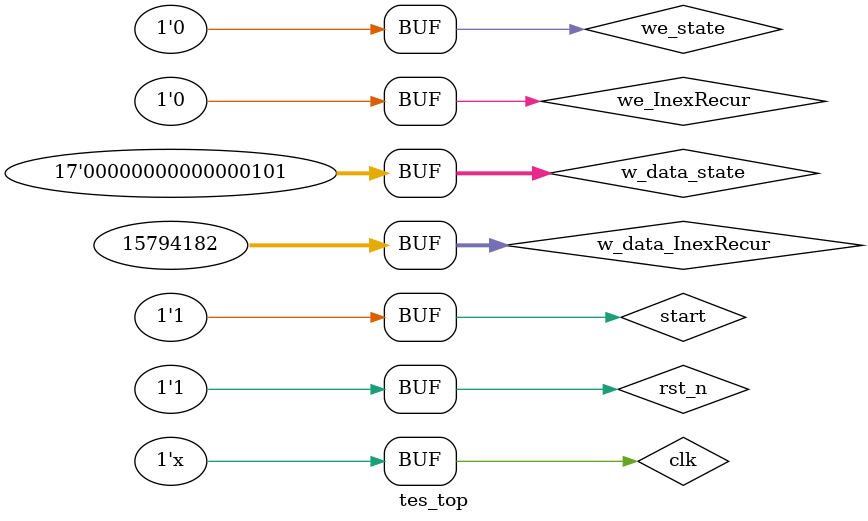
<source format=v>
`timescale 1ns / 1ps


module tes_top(
    );

    reg clk;
    reg rst_n;

    reg we_InexRecur;
    reg we_state;
    reg [31:0] w_data_InexRecur;
    reg [16:0] w_data_state;

    wire [2:0] en_get_param;

    reg start;

    wire seq_re_InexRecur;
    wire seq_re_state;

    wire ran_re_InexRecur;
    wire [11:0] ran_r_addr_InexRecur;
    wire ran_re_state;
    wire [11:0] ran_r_addr_state;


    wire [31:0] out_r_data_InexRecur;
    wire [16:0] out_r_data_state;
    wire [11:0] out_r_addr;

    wire now;

    initial begin
        clk = 0;
        rst_n = 0;
        we_InexRecur = 0;
        we_state = 0;

        start = 0;

        #10
        rst_n = 1;

        #10
        we_InexRecur = 1;
        we_state = 1;
        w_data_InexRecur = 32'h02_01_00_06;
        w_data_state = 17'b0001_0000_0000_0000_0;
        #10
        w_data_InexRecur = 32'h01_00_00_06;
        w_data_state = 17'b0000_0000_0000_0000_1;
        #10
        w_data_InexRecur = 32'h00_ff_00_06;
        w_data_state = 17'b0000_0000_0000_0001_1;
        #10
        w_data_InexRecur = 32'h00_f1_00_06;
        w_data_state = 17'b0000_0000_0000_0010_1;
        #10
        we_InexRecur = 0;
        we_state = 0;

        #20
        start = 1;


    end

    always #5 clk = ~clk;


    state_control state_control_inst(
        .clk(clk),
        .rst_n(rst_n),
        .is_finish(1'b0),
        .is_start(start),
        .is_find(now),   
        .state(en_get_param)
    );

    get_param get_param_inst(
        .clk(clk),
        .rst_n(rst_n),
    
        .en_get_param(en_get_param),
    
        // regfile_InexRecur 
        .re_reg_InexRecur_seq_o(seq_re_InexRecur),          // 顺序读使能
        .re_reg_InexRecur_ran_o(ran_re_InexRecur),          // 随机读使能
        .r_reg_InexRecur_addr_o(ran_r_addr_InexRecur),      // 随机读地址
        .InexRecur_addr_i(out_r_addr),                      // 当前地址 
        .InexRecur_data_i(out_r_data_InexRecur),            // 当前数据

        // regfile_state    
        .re_reg_state_seq_o(seq_re_state),                  // 顺序读使能
        .re_reg_state_ran_o(ran_re_state),                  // 随机读使能
        .r_reg_state_addr_o(ran_r_addr_state),              // 随机读地址
        .state_addr_i(),                                    // 当前地址
        .state_data_i(out_r_data_state),                    // 当前数据

        // 给下一个模块的输出
        // 四个参数
        .i_out(),
        .z_out(),
        .k_out(),
        .l_out(),
    
        // 当前参数地址
        .addr(),

        // 执行位置
        .position(),
    
        // 是否找到未执行完成的参数
        .is_find(now)
    );

    regfile_InexRecur regfile_InexRecur_inst(
        .clk(clk), 
        .rst_n(rst_n), 
        
        .we(we_InexRecur),
        .w_data(w_data_InexRecur),

        .seq_re(seq_re_InexRecur),

        .ran_re(ran_re_InexRecur),
        .ran_r_addr(ran_r_addr_InexRecur),

        .r_addr(out_r_addr),
        .r_data(out_r_data_InexRecur)
    );

    regfile_state regfile_state_inst(
        .clk(clk), 
        .rst_n(rst_n), 
        
        .we(we_state),
        .w_data(w_data_state),

        .seq_re(seq_re_state),

        .ran_re(ran_re_state),
        .ran_r_addr(ran_r_addr_state),

        .r_addr(),
        .r_data(out_r_data_state)
    );

endmodule

</source>
